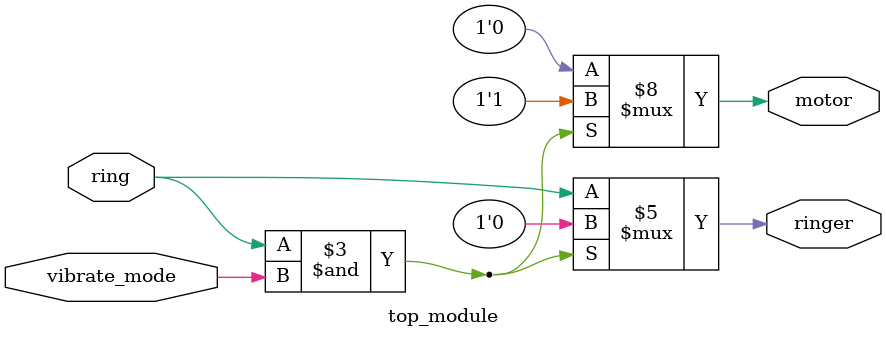
<source format=v>
module top_module (
    input ring,
    input vibrate_mode,
    output ringer,       // Make sound
    output motor         // Vibrate
);
    always @(*) begin
        if(ring & vibrate_mode==1)begin
            motor=1;
            ringer=0;
        end
        else begin
            ringer=ring;
            motor=0;
        end
    end

endmodule


</source>
